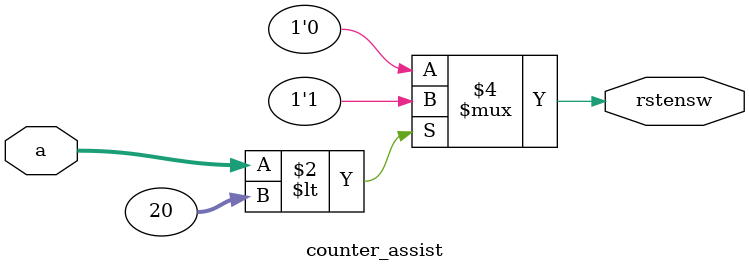
<source format=v>
`timescale 1ns / 1ps


module counter_assist(
    input [15:0] a,
    output reg rstensw
    ); 
 parameter target = 20;
 always@(a)
 begin
 if(a<target)
 rstensw<=1;
 else
 rstensw <=0;
  end
endmodule

</source>
